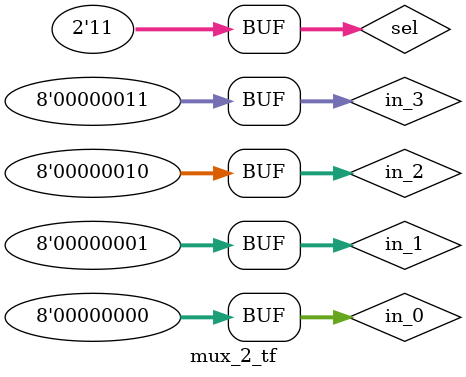
<source format=v>
`timescale 1ns / 1ps


module mux_2_tf;

	// Inputs
	reg [0:7] in_0;
	reg [0:7] in_1;
	reg [0:7] in_2;
	reg [0:7] in_3;
	reg [0:1] sel;

	// Outputs
	wire [0:7] out;

	// Instantiate the Unit Under Test (UUT)
	mux_2 uut (
		.in_0(in_0), 
		.in_1(in_1), 
		.in_2(in_2), 
		.in_3(in_3), 
		.sel(sel), 
		.out(out)
	);

	initial begin
		// Initialize Inputs
		in_0 = 0;
		in_1 = 1;
		in_2 = 2;
		in_3 = 3;
		sel = 0;

		// Wait 100 ns for global reset to finish
		#100;
        
		// Add stimulus here
		sel = 2'b01;
		
		#100;
		
		sel = 2'b10;
		
		#100;
		
		sel = 2'b11;
		
	end
      
endmodule


</source>
